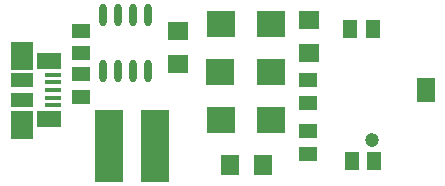
<source format=gtp>
G04 Layer_Color=8421504*
%FSLAX23Y23*%
%MOIN*%
G70*
G01*
G75*
%ADD10R,0.063X0.071*%
%ADD11R,0.071X0.063*%
%ADD12R,0.051X0.059*%
%ADD13R,0.059X0.051*%
%ADD14R,0.094X0.240*%
%ADD15R,0.098X0.091*%
%ADD16R,0.083X0.058*%
%ADD17R,0.054X0.018*%
%ADD18R,0.075X0.046*%
%ADD19R,0.075X0.094*%
%ADD20O,0.024X0.075*%
%ADD21C,0.047*%
%ADD22R,0.059X0.079*%
D10*
X-649Y-250D02*
D03*
X-759D02*
D03*
D11*
X-495Y235D02*
D03*
Y125D02*
D03*
X-930Y196D02*
D03*
Y86D02*
D03*
D12*
X-352Y-235D02*
D03*
X-278D02*
D03*
X-357Y205D02*
D03*
X-283D02*
D03*
D13*
X-1255Y-22D02*
D03*
Y52D02*
D03*
X-499Y-212D02*
D03*
Y-138D02*
D03*
Y-42D02*
D03*
Y32D02*
D03*
X-1255Y123D02*
D03*
Y197D02*
D03*
D14*
X-1009Y-185D02*
D03*
X-1161D02*
D03*
D15*
X-621Y60D02*
D03*
X-790D02*
D03*
X-789Y-100D02*
D03*
X-620D02*
D03*
X-789Y220D02*
D03*
X-620D02*
D03*
D16*
X-1362Y97D02*
D03*
Y-97D02*
D03*
D17*
X-1348Y26D02*
D03*
Y51D02*
D03*
Y-51D02*
D03*
Y-26D02*
D03*
Y0D02*
D03*
D18*
X-1452Y33D02*
D03*
Y-33D02*
D03*
D19*
Y-115D02*
D03*
Y115D02*
D03*
D20*
X-1032Y249D02*
D03*
X-1082D02*
D03*
X-1132D02*
D03*
X-1182D02*
D03*
X-1032Y64D02*
D03*
X-1082D02*
D03*
X-1132D02*
D03*
X-1182D02*
D03*
D21*
X-284Y-165D02*
D03*
D22*
X-106Y0D02*
D03*
M02*

</source>
